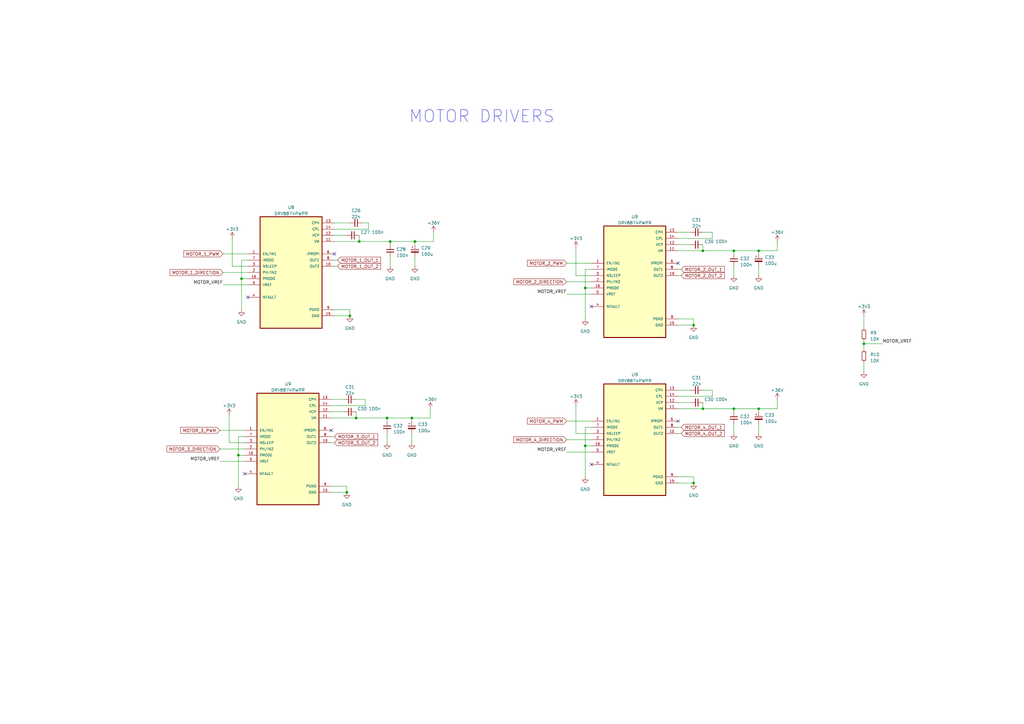
<source format=kicad_sch>
(kicad_sch (version 20230121) (generator eeschema)
  (paper "A3")
  (lib_symbols
    (symbol "DRV8874PWPR:DRV8874PWPR" (pin_names (offset 1.016))
      (property "Reference" "U" (at -12.7 23.86 0))
      (property "Value" "DRV8874PWPR" (at -12.7 -26.86 0))
      (symbol "DRV8874PWPR_0_0"
        (rectangle (start -12.7 -22.86) (end 12.7 22.86) (stroke (width 0.41)) (fill (type background)))
        (pin input line (at -17.78 7.62 0) (length 5.08) (name "EN/IN1") (number "1"))
        (pin output line (at 17.78 2.54 180) (length 5.08) (name "OUT2") (number "10"))
        (pin power_in line (at 17.78 12.7 180) (length 5.08) (name "VM") (number "11"))
        (pin power_in line (at 17.78 15.24 180) (length 5.08) (name "VCP") (number "12"))
        (pin power_in line (at 17.78 20.32 180) (length 5.08) (name "CPH") (number "13"))
        (pin power_in line (at 17.78 17.78 180) (length 5.08) (name "CPL") (number "14"))
        (pin power_in line (at 17.78 -17.78 180) (length 5.08) (name "GND") (number "15"))
        (pin input line (at -17.78 -2.54 0) (length 5.08) (name "PMODE") (number "16"))
        (pin input line (at -17.78 0 0) (length 5.08) (name "PH/IN2") (number "2"))
        (pin input line (at -17.78 2.54 0) (length 5.08) (name "NSLEEP") (number "3"))
        (pin bidirectional line (at -17.78 -10.16 0) (length 5.08) (name "NFAULT") (number "4"))
        (pin input line (at -17.78 -5.08 0) (length 5.08) (name "VREF") (number "5"))
        (pin output line (at 17.78 7.62 180) (length 5.08) (name "IPROPI") (number "6"))
        (pin input line (at -17.78 5.08 0) (length 5.08) (name "IMODE") (number "7"))
        (pin output line (at 17.78 5.08 180) (length 5.08) (name "OUT1") (number "8"))
        (pin power_in line (at 17.78 -15.24 180) (length 5.08) (name "PGND") (number "9"))
      )
    )
    (symbol "DRV8874PWPR_1" (pin_names (offset 1.016))
      (property "Reference" "U9" (at 0 26.67 0))
      (property "Value" "DRV8874PWPR" (at 0 24.13 0))
      (symbol "DRV8874PWPR_1_0_0"
        (rectangle (start -12.7 22.86) (end 12.7 -22.86) (stroke (width 0.41)) (fill (type background)))
        (pin input line (at -17.78 7.62 0) (length 5.08) (name "EN/IN1") (number "1"))
        (pin output line (at 17.78 2.54 180) (length 5.08) (name "OUT2") (number "10"))
        (pin power_in line (at 17.78 12.7 180) (length 5.08) (name "VM") (number "11"))
        (pin power_in line (at 17.78 15.24 180) (length 5.08) (name "VCP") (number "12"))
        (pin power_in line (at 17.78 20.32 180) (length 5.08) (name "CPH") (number "13"))
        (pin power_in line (at 17.78 17.78 180) (length 5.08) (name "CPL") (number "14"))
        (pin power_in line (at 17.78 -17.78 180) (length 5.08) (name "GND") (number "15"))
        (pin input line (at -17.78 -2.54 0) (length 5.08) (name "PMODE") (number "16"))
        (pin input line (at -17.78 0 0) (length 5.08) (name "PH/IN2") (number "2"))
        (pin input line (at -17.78 2.54 0) (length 5.08) (name "NSLEEP") (number "3"))
        (pin bidirectional line (at -17.78 -10.16 0) (length 5.08) (name "NFAULT") (number "4"))
        (pin input line (at -17.78 -5.08 0) (length 5.08) (name "VREF") (number "5"))
        (pin output line (at 17.78 7.62 180) (length 5.08) (name "IPROPI") (number "6"))
        (pin input line (at -17.78 5.08 0) (length 5.08) (name "IMODE") (number "7"))
        (pin output line (at 17.78 5.08 180) (length 5.08) (name "OUT1") (number "8"))
        (pin power_in line (at 17.78 -15.24 180) (length 5.08) (name "PGND") (number "9"))
      )
    )
    (symbol "Device:C_Polarized_Small" (pin_numbers hide) (pin_names (offset 0.254) hide)
      (property "Reference" "C" (at 0.254 1.778 0))
      (property "Value" "C_Polarized_Small" (at 0.254 -2.032 0))
      (symbol "C_Polarized_Small_0_1"
        (rectangle (start -1.524 -0.3048) (end 1.524 -0.6858) (fill (type outline)))
        (rectangle (start -1.524 0.6858) (end 1.524 0.3048))
        (polyline (pts (xy -1.27 1.524) (xy -0.762 1.524)))
        (polyline (pts (xy -1.016 1.27) (xy -1.016 1.778)))
      )
      (symbol "C_Polarized_Small_1_1"
        (pin passive line (at 0 2.54 270) (length 1.8542) (name "~") (number "1"))
        (pin passive line (at 0 -2.54 90) (length 1.8542) (name "~") (number "2"))
      )
    )
    (symbol "Device:C_Small" (pin_numbers hide) (pin_names (offset 0.254) hide)
      (property "Reference" "C" (at 0.254 1.778 0))
      (property "Value" "C_Small" (at 0.254 -2.032 0))
      (symbol "C_Small_0_1"
        (polyline (pts (xy -1.524 -0.508) (xy 1.524 -0.508)) (stroke (width 0.3302)))
        (polyline (pts (xy -1.524 0.508) (xy 1.524 0.508)) (stroke (width 0.3048)))
      )
      (symbol "C_Small_1_1"
        (pin passive line (at 0 2.54 270) (length 2.032) (name "~") (number "1"))
        (pin passive line (at 0 -2.54 90) (length 2.032) (name "~") (number "2"))
      )
    )
    (symbol "Device:R_Small" (pin_numbers hide) (pin_names (offset 0.254) hide)
      (property "Reference" "R" (at 0.762 0.508 0))
      (property "Value" "R_Small" (at 0.762 -1.016 0))
      (symbol "R_Small_0_1"
        (rectangle (start -0.762 1.778) (end 0.762 -1.778) (stroke (width 0.2032)))
      )
      (symbol "R_Small_1_1"
        (pin passive line (at 0 2.54 270) (length 0.762) (name "~") (number "1"))
        (pin passive line (at 0 -2.54 90) (length 0.762) (name "~") (number "2"))
      )
    )
    (symbol "power:+36V" (power) (pin_names (offset 0))
      (property "Value" "+36V" (at 0 3.556 0))
      (symbol "+36V_0_1"
        (polyline (pts (xy -0.762 1.27) (xy 0 2.54)))
        (polyline (pts (xy 0 0) (xy 0 2.54)))
        (polyline (pts (xy 0 2.54) (xy 0.762 1.27)))
      )
      (symbol "+36V_1_1"
        (pin power_in line (at 0 0 90) (length 0) hide (name "+36V") (number "1"))
      )
    )
    (symbol "power:+3V3" (power) (pin_names (offset 0))
      (property "Value" "+3V3" (at 0 3.556 0))
      (symbol "+3V3_0_1"
        (polyline (pts (xy -0.762 1.27) (xy 0 2.54)))
        (polyline (pts (xy 0 0) (xy 0 2.54)))
        (polyline (pts (xy 0 2.54) (xy 0.762 1.27)))
      )
      (symbol "+3V3_1_1"
        (pin power_in line (at 0 0 90) (length 0) hide (name "+3V3") (number "1"))
      )
    )
    (symbol "power:GND" (power) (pin_names (offset 0))
      (property "Value" "GND" (at 0 -3.81 0))
      (symbol "GND_0_1"
        (polyline (pts (xy 0 0) (xy 0 -1.27) (xy 1.27 -1.27) (xy 0 -2.54) (xy -1.27 -1.27) (xy 0 -1.27)))
      )
      (symbol "GND_1_1"
        (pin power_in line (at 0 0 270) (length 0) hide (name "GND") (number "1"))
      )
    )
  )
  (junction (at 170.18 99.06))
  (junction (at 311.15 102.87))
  (junction (at 97.79 186.69))
  (junction (at 146.05 171.45))
  (junction (at 288.29 167.64))
  (junction (at 354.33 140.97))
  (junction (at 158.75 171.45))
  (junction (at 300.99 167.64))
  (junction (at 240.03 118.11))
  (junction (at 288.29 102.87))
  (junction (at 284.48 198.12))
  (junction (at 160.02 99.06))
  (junction (at 142.24 201.93))
  (junction (at 311.15 167.64))
  (junction (at 168.91 171.45))
  (junction (at 300.99 102.87))
  (junction (at 143.51 129.54))
  (junction (at 240.03 182.88))
  (junction (at 284.48 133.35))
  (junction (at 99.06 114.3))
  (junction (at 147.32 99.06))
  (no_connect (at 278.13 107.95))
  (no_connect (at 137.16 104.14))
  (no_connect (at 242.57 190.5))
  (no_connect (at 101.6 121.92))
  (no_connect (at 278.13 172.72))
  (no_connect (at 100.33 194.31))
  (no_connect (at 135.89 176.53))
  (no_connect (at 242.57 125.73))
  (wire (pts (xy 135.89 179.07) (xy 137.16 179.07)))
  (wire (pts (xy 90.17 189.23) (xy 100.33 189.23)))
  (wire (pts (xy 311.15 173.99) (xy 311.15 177.8)))
  (wire (pts (xy 278.13 195.58) (xy 284.48 195.58)))
  (wire (pts (xy 137.16 109.22) (xy 138.43 109.22)))
  (wire (pts (xy 311.15 109.22) (xy 311.15 113.03)))
  (wire (pts (xy 318.77 99.06) (xy 318.77 102.87)))
  (wire (pts (xy 100.33 181.61) (xy 93.98 181.61)))
  (wire (pts (xy 278.13 162.56) (xy 292.1 162.56)))
  (wire (pts (xy 135.89 166.37) (xy 149.86 166.37)))
  (wire (pts (xy 137.16 99.06) (xy 147.32 99.06)))
  (wire (pts (xy 158.75 177.8) (xy 158.75 181.61)))
  (wire (pts (xy 232.41 107.95) (xy 242.57 107.95)))
  (wire (pts (xy 151.13 93.98) (xy 151.13 91.44)))
  (wire (pts (xy 149.86 163.83) (xy 146.05 163.83)))
  (wire (pts (xy 236.22 166.37) (xy 236.22 177.8)))
  (wire (pts (xy 135.89 163.83) (xy 140.97 163.83)))
  (wire (pts (xy 100.33 179.07) (xy 97.79 179.07)))
  (wire (pts (xy 284.48 130.81) (xy 284.48 133.35)))
  (wire (pts (xy 168.91 171.45) (xy 168.91 172.72)))
  (wire (pts (xy 292.1 162.56) (xy 292.1 160.02)))
  (wire (pts (xy 278.13 165.1) (xy 283.21 165.1)))
  (wire (pts (xy 278.13 167.64) (xy 288.29 167.64)))
  (wire (pts (xy 146.05 171.45) (xy 158.75 171.45)))
  (wire (pts (xy 147.32 96.52) (xy 147.32 99.06)))
  (wire (pts (xy 236.22 101.6) (xy 236.22 113.03)))
  (wire (pts (xy 300.99 102.87) (xy 300.99 104.14)))
  (wire (pts (xy 143.51 127) (xy 143.51 129.54)))
  (wire (pts (xy 278.13 198.12) (xy 284.48 198.12)))
  (wire (pts (xy 288.29 165.1) (xy 288.29 167.64)))
  (wire (pts (xy 300.99 167.64) (xy 300.99 168.91)))
  (wire (pts (xy 318.77 163.83) (xy 318.77 167.64)))
  (wire (pts (xy 232.41 115.57) (xy 242.57 115.57)))
  (wire (pts (xy 242.57 175.26) (xy 240.03 175.26)))
  (wire (pts (xy 278.13 130.81) (xy 284.48 130.81)))
  (wire (pts (xy 288.29 102.87) (xy 300.99 102.87)))
  (wire (pts (xy 232.41 120.65) (xy 242.57 120.65)))
  (wire (pts (xy 354.33 140.97) (xy 354.33 143.51)))
  (wire (pts (xy 170.18 99.06) (xy 170.18 100.33)))
  (wire (pts (xy 292.1 97.79) (xy 292.1 95.25)))
  (wire (pts (xy 240.03 182.88) (xy 242.57 182.88)))
  (wire (pts (xy 101.6 106.68) (xy 99.06 106.68)))
  (wire (pts (xy 168.91 171.45) (xy 176.53 171.45)))
  (wire (pts (xy 292.1 95.25) (xy 288.29 95.25)))
  (wire (pts (xy 278.13 133.35) (xy 284.48 133.35)))
  (wire (pts (xy 354.33 148.59) (xy 354.33 152.4)))
  (wire (pts (xy 142.24 199.39) (xy 142.24 201.93)))
  (wire (pts (xy 176.53 167.64) (xy 176.53 171.45)))
  (wire (pts (xy 240.03 195.58) (xy 240.03 182.88)))
  (wire (pts (xy 91.44 116.84) (xy 101.6 116.84)))
  (wire (pts (xy 311.15 102.87) (xy 318.77 102.87)))
  (wire (pts (xy 158.75 171.45) (xy 158.75 172.72)))
  (wire (pts (xy 311.15 167.64) (xy 311.15 168.91)))
  (wire (pts (xy 137.16 93.98) (xy 151.13 93.98)))
  (wire (pts (xy 158.75 171.45) (xy 168.91 171.45)))
  (wire (pts (xy 240.03 175.26) (xy 240.03 182.88)))
  (wire (pts (xy 278.13 110.49) (xy 279.4 110.49)))
  (wire (pts (xy 240.03 110.49) (xy 240.03 118.11)))
  (wire (pts (xy 149.86 166.37) (xy 149.86 163.83)))
  (wire (pts (xy 160.02 99.06) (xy 170.18 99.06)))
  (wire (pts (xy 278.13 100.33) (xy 283.21 100.33)))
  (wire (pts (xy 137.16 91.44) (xy 143.51 91.44)))
  (wire (pts (xy 168.91 177.8) (xy 168.91 181.61)))
  (wire (pts (xy 93.98 170.18) (xy 93.98 181.61)))
  (wire (pts (xy 177.8 95.25) (xy 177.8 99.06)))
  (wire (pts (xy 278.13 97.79) (xy 292.1 97.79)))
  (wire (pts (xy 232.41 180.34) (xy 242.57 180.34)))
  (wire (pts (xy 292.1 160.02) (xy 288.29 160.02)))
  (wire (pts (xy 278.13 160.02) (xy 283.21 160.02)))
  (wire (pts (xy 300.99 102.87) (xy 311.15 102.87)))
  (wire (pts (xy 354.33 140.97) (xy 361.95 140.97)))
  (wire (pts (xy 90.17 176.53) (xy 100.33 176.53)))
  (wire (pts (xy 97.79 199.39) (xy 97.79 186.69)))
  (wire (pts (xy 160.02 105.41) (xy 160.02 109.22)))
  (wire (pts (xy 135.89 181.61) (xy 137.16 181.61)))
  (wire (pts (xy 99.06 114.3) (xy 101.6 114.3)))
  (wire (pts (xy 284.48 195.58) (xy 284.48 198.12)))
  (wire (pts (xy 354.33 139.7) (xy 354.33 140.97)))
  (wire (pts (xy 99.06 127) (xy 99.06 114.3)))
  (wire (pts (xy 278.13 175.26) (xy 279.4 175.26)))
  (wire (pts (xy 288.29 167.64) (xy 300.99 167.64)))
  (wire (pts (xy 300.99 173.99) (xy 300.99 177.8)))
  (wire (pts (xy 288.29 100.33) (xy 288.29 102.87)))
  (wire (pts (xy 137.16 127) (xy 143.51 127)))
  (wire (pts (xy 135.89 201.93) (xy 142.24 201.93)))
  (wire (pts (xy 240.03 118.11) (xy 242.57 118.11)))
  (wire (pts (xy 97.79 179.07) (xy 97.79 186.69)))
  (wire (pts (xy 137.16 96.52) (xy 142.24 96.52)))
  (wire (pts (xy 135.89 168.91) (xy 140.97 168.91)))
  (wire (pts (xy 170.18 105.41) (xy 170.18 109.22)))
  (wire (pts (xy 240.03 130.81) (xy 240.03 118.11)))
  (wire (pts (xy 137.16 129.54) (xy 143.51 129.54)))
  (wire (pts (xy 278.13 113.03) (xy 279.4 113.03)))
  (wire (pts (xy 101.6 109.22) (xy 95.25 109.22)))
  (wire (pts (xy 278.13 95.25) (xy 283.21 95.25)))
  (wire (pts (xy 95.25 97.79) (xy 95.25 109.22)))
  (wire (pts (xy 146.05 168.91) (xy 146.05 171.45)))
  (wire (pts (xy 278.13 102.87) (xy 288.29 102.87)))
  (wire (pts (xy 311.15 102.87) (xy 311.15 104.14)))
  (wire (pts (xy 242.57 113.03) (xy 236.22 113.03)))
  (wire (pts (xy 91.44 111.76) (xy 101.6 111.76)))
  (wire (pts (xy 147.32 99.06) (xy 160.02 99.06)))
  (wire (pts (xy 354.33 129.54) (xy 354.33 134.62)))
  (wire (pts (xy 232.41 172.72) (xy 242.57 172.72)))
  (wire (pts (xy 242.57 110.49) (xy 240.03 110.49)))
  (wire (pts (xy 300.99 167.64) (xy 311.15 167.64)))
  (wire (pts (xy 300.99 109.22) (xy 300.99 113.03)))
  (wire (pts (xy 170.18 99.06) (xy 177.8 99.06)))
  (wire (pts (xy 99.06 106.68) (xy 99.06 114.3)))
  (wire (pts (xy 91.44 104.14) (xy 101.6 104.14)))
  (wire (pts (xy 90.17 184.15) (xy 100.33 184.15)))
  (wire (pts (xy 232.41 185.42) (xy 242.57 185.42)))
  (wire (pts (xy 278.13 177.8) (xy 279.4 177.8)))
  (wire (pts (xy 311.15 167.64) (xy 318.77 167.64)))
  (wire (pts (xy 137.16 106.68) (xy 138.43 106.68)))
  (wire (pts (xy 135.89 171.45) (xy 146.05 171.45)))
  (wire (pts (xy 135.89 199.39) (xy 142.24 199.39)))
  (wire (pts (xy 160.02 99.06) (xy 160.02 100.33)))
  (wire (pts (xy 97.79 186.69) (xy 100.33 186.69)))
  (wire (pts (xy 151.13 91.44) (xy 148.59 91.44)))
  (wire (pts (xy 242.57 177.8) (xy 236.22 177.8)))
  (text "MOTOR DRIVERS" (at 167.64 50.8 0) (effects (font (size 5 5)) (justify left bottom)))
  (label "MOTOR_VREF" (at 361.95 140.97 0))
  (label "MOTOR_VREF" (at 90.17 189.23 180))
  (label "MOTOR_VREF" (at 232.41 120.65 180))
  (label "MOTOR_VREF" (at 232.41 185.42 180))
  (label "MOTOR_VREF" (at 91.44 116.84 180))
  (global_label "MOTOR_4_OUT_1" (shape input) (at 279.4 175.26 0) (property "Intersheetrefs" "${INTERSHEET_REFS}" (effects hide)))
  (global_label "MOTOR_4_DIRECTION" (shape input) (at 232.41 180.34 180) (property "Intersheetrefs" "${INTERSHEET_REFS}" (effects hide)))
  (global_label "MOTOR_3_OUT_1" (shape input) (at 137.16 179.07 0) (property "Intersheetrefs" "${INTERSHEET_REFS}" (effects hide)))
  (global_label "MOTOR_2_PWM" (shape input) (at 232.41 107.95 180) (property "Intersheetrefs" "${INTERSHEET_REFS}" (effects hide)))
  (global_label "MOTOR_2_OUT_1" (shape input) (at 279.4 110.49 0) (property "Intersheetrefs" "${INTERSHEET_REFS}" (effects hide)))
  (global_label "MOTOR_2_DIRECTION" (shape input) (at 232.41 115.57 180) (property "Intersheetrefs" "${INTERSHEET_REFS}" (effects hide)))
  (global_label "MOTOR_3_OUT_2" (shape input) (at 137.16 181.61 0) (property "Intersheetrefs" "${INTERSHEET_REFS}" (effects hide)))
  (global_label "MOTOR_1_OUT_1" (shape input) (at 138.43 106.68 0) (property "Intersheetrefs" "${INTERSHEET_REFS}" (effects hide)))
  (global_label "MOTOR_4_PWM" (shape input) (at 232.41 172.72 180) (property "Intersheetrefs" "${INTERSHEET_REFS}" (effects hide)))
  (global_label "MOTOR_4_OUT_2" (shape input) (at 279.4 177.8 0) (property "Intersheetrefs" "${INTERSHEET_REFS}" (effects hide)))
  (global_label "MOTOR_1_PWM" (shape input) (at 91.44 104.14 180) (property "Intersheetrefs" "${INTERSHEET_REFS}" (effects hide)))
  (global_label "MOTOR_1_DIRECTION" (shape input) (at 91.44 111.76 180) (property "Intersheetrefs" "${INTERSHEET_REFS}" (effects hide)))
  (global_label "MOTOR_3_PWM" (shape input) (at 90.17 176.53 180) (property "Intersheetrefs" "${INTERSHEET_REFS}" (effects hide)))
  (global_label "MOTOR_3_DIRECTION" (shape input) (at 90.17 184.15 180) (property "Intersheetrefs" "${INTERSHEET_REFS}" (effects hide)))
  (global_label "MOTOR_2_OUT_2" (shape input) (at 279.4 113.03 0) (property "Intersheetrefs" "${INTERSHEET_REFS}" (effects hide)))
  (global_label "MOTOR_1_OUT_2" (shape input) (at 138.43 109.22 0) (property "Intersheetrefs" "${INTERSHEET_REFS}" (effects hide)))
  (symbol (lib_id "power:GND") (at 170.18 109.22 0) (unit 1)
    (property "Reference" "#PWR036" (effects hide))
    (property "Value" "GND" (at 170.18 114.3 0))
    (instances (project "RC-Car-Controller" (path "" (reference "#PWR036") (unit 1)) (path "" (reference "#PWR066") (unit 1))))
  )
  (symbol (lib_id "Device:C_Small") (at 300.99 171.45 0) (unit 1)
    (property "Reference" "C32" (at 303.53 170.8213 0) (effects (justify left)))
    (property "Value" "100n" (at 303.53 173.3613 0) (effects (justify left)))
    (property "Footprint" "Capacitor_SMD:C_0402_1005Metric" (effects hide))
    (instances (project "RC-Car-Controller" (path "" (reference "C32") (unit 1)) (path "" (reference "C35") (unit 1))))
  )
  (symbol (lib_id "Device:C_Small") (at 160.02 102.87 0) (unit 1)
    (property "Reference" "C28" (at 162.56 102.2413 0) (effects (justify left)))
    (property "Value" "100n" (at 162.56 104.7813 0) (effects (justify left)))
    (property "Footprint" "Capacitor_SMD:C_0402_1005Metric" (effects hide))
    (instances (project "RC-Car-Controller" (path "" (reference "C28") (unit 1)) (path "" (reference "C42") (unit 1))))
  )
  (symbol (lib_id "power:+3V3") (at 354.33 129.54 0) (unit 1)
    (property "Reference" "#PWR039" (effects hide))
    (property "Value" "+3V3" (at 354.33 125.73 0))
    (instances (project "RC-Car-Controller" (path "" (reference "#PWR039") (unit 1)) (path "" (reference "#PWR060") (unit 1))))
  )
  (symbol (lib_id "Device:C_Polarized_Small") (at 168.91 175.26 0) (unit 1)
    (property "Reference" "C33" (at 171.45 174.0789 0) (effects (justify left)))
    (property "Value" "100u" (at 171.45 176.6189 0) (effects (justify left)))
    (property "Footprint" "Capacitor_SMD:C_0805_2012Metric" (effects hide))
    (instances (project "RC-Car-Controller" (path "" (reference "C33") (unit 1)) (path "" (reference "C14") (unit 1))))
  )
  (symbol (lib_name "DRV8874PWPR_1") (lib_id "DRV8874PWPR:DRV8874PWPR") (at 118.11 184.15 0) (unit 1)
    (property "Reference" "U9" (at 118.11 157.48 0))
    (property "Value" "DRV8874PWPR" (at 118.11 160.02 0))
    (property "Footprint" "Libraries:SOP65P640X120-17N" (effects hide))
    (property "MF" "Texas Instruments" (effects hide))
    (property "Description" "\n40-V, 6-A H-bridge motor driver with integrated current sensing feedback\n" (effects hide))
    (property "Package" "HTSSOP-16 Texas Instruments" (effects hide))
    (property "Price" "None" (effects hide))
    (property "SnapEDA_Link" "https://www.snapeda.com/parts/DRV8874PWPR/Texas+Instruments/view-part/?ref=snap" (effects hide))
    (property "MP" "DRV8874PWPR" (effects hide))
    (property "Purchase-URL" "https://www.snapeda.com/api/url_track_click_mouser/?unipart_id=4000699&manufacturer=Texas Instruments&part_name=DRV8874PWPR&search_term=drv8874" (effects hide))
    (property "Availability" "In Stock" (effects hide))
    (property "Check_prices" "https://www.snapeda.com/parts/DRV8874PWPR/Texas+Instruments/view-part/?ref=eda" (effects hide))
    (instances (project "RC-Car-Controller" (path "" (reference "U9") (unit 1)) (path "" (reference "U5") (unit 1))))
  )
  (symbol (lib_id "Device:C_Polarized_Small") (at 311.15 106.68 0) (unit 1)
    (property "Reference" "C33" (at 313.69 105.4989 0) (effects (justify left)))
    (property "Value" "100u" (at 313.69 108.0389 0) (effects (justify left)))
    (property "Footprint" "Capacitor_SMD:C_0805_2012Metric" (effects hide))
    (instances (project "RC-Car-Controller" (path "" (reference "C33") (unit 1)) (path "" (reference "C39") (unit 1))))
  )
  (symbol (lib_id "power:GND") (at 168.91 181.61 0) (unit 1)
    (property "Reference" "#PWR045" (effects hide))
    (property "Value" "GND" (at 168.91 186.69 0))
    (instances (project "RC-Car-Controller" (path "" (reference "#PWR045") (unit 1)) (path "" (reference "#PWR026") (unit 1))))
  )
  (symbol (lib_id "Device:C_Polarized_Small") (at 170.18 102.87 0) (unit 1)
    (property "Reference" "C29" (at 172.72 101.6889 0) (effects (justify left)))
    (property "Value" "100u" (at 172.72 104.2289 0) (effects (justify left)))
    (property "Footprint" "Capacitor_SMD:C_0805_2012Metric" (effects hide))
    (instances (project "RC-Car-Controller" (path "" (reference "C29") (unit 1)) (path "" (reference "C43") (unit 1))))
  )
  (symbol (lib_id "power:GND") (at 240.03 130.81 0) (unit 1)
    (property "Reference" "#PWR042" (effects hide))
    (property "Value" "GND" (at 240.03 135.89 0))
    (instances (project "RC-Car-Controller" (path "" (reference "#PWR042") (unit 1)) (path "" (reference "#PWR055") (unit 1))))
  )
  (symbol (lib_id "Device:C_Small") (at 285.75 100.33 270) (unit 1)
    (property "Reference" "C30" (at 290.83 99.06 90))
    (property "Value" "100n" (at 295.91 99.06 90))
    (property "Footprint" "Capacitor_SMD:C_0402_1005Metric" (effects hide))
    (instances (project "RC-Car-Controller" (path "" (reference "C30") (unit 1)) (path "" (reference "C37") (unit 1))))
  )
  (symbol (lib_id "power:GND") (at 143.51 129.54 0) (unit 1)
    (property "Reference" "#PWR032" (effects hide))
    (property "Value" "GND" (at 143.51 134.62 0))
    (instances (project "RC-Car-Controller" (path "" (reference "#PWR032") (unit 1)) (path "" (reference "#PWR064") (unit 1))))
  )
  (symbol (lib_id "Device:C_Polarized_Small") (at 311.15 171.45 0) (unit 1)
    (property "Reference" "C33" (at 313.69 170.2689 0) (effects (justify left)))
    (property "Value" "100u" (at 313.69 172.8089 0) (effects (justify left)))
    (property "Footprint" "Capacitor_SMD:C_0805_2012Metric" (effects hide))
    (instances (project "RC-Car-Controller" (path "" (reference "C33") (unit 1)) (path "" (reference "C44") (unit 1))))
  )
  (symbol (lib_id "Device:C_Small") (at 143.51 168.91 270) (unit 1)
    (property "Reference" "C30" (at 148.59 167.64 90))
    (property "Value" "100n" (at 153.67 167.64 90))
    (property "Footprint" "Capacitor_SMD:C_0402_1005Metric" (effects hide))
    (instances (project "RC-Car-Controller" (path "" (reference "C30") (unit 1)) (path "" (reference "C12") (unit 1))))
  )
  (symbol (lib_id "Device:C_Small") (at 143.51 163.83 270) (unit 1)
    (property "Reference" "C31" (at 143.5036 158.75 90))
    (property "Value" "22n" (at 143.5036 161.29 90))
    (property "Footprint" "Capacitor_SMD:C_0402_1005Metric" (effects hide))
    (instances (project "RC-Car-Controller" (path "" (reference "C31") (unit 1)) (path "" (reference "C11") (unit 1))))
  )
  (symbol (lib_id "power:+3V3") (at 236.22 166.37 0) (unit 1)
    (property "Reference" "#PWR041" (effects hide))
    (property "Value" "+3V3" (at 236.22 162.56 0))
    (instances (project "RC-Car-Controller" (path "" (reference "#PWR041") (unit 1)) (path "" (reference "#PWR035") (unit 1))))
  )
  (symbol (lib_id "power:GND") (at 142.24 201.93 0) (unit 1)
    (property "Reference" "#PWR043" (effects hide))
    (property "Value" "GND" (at 142.24 207.01 0))
    (instances (project "RC-Car-Controller" (path "" (reference "#PWR043") (unit 1)) (path "" (reference "#PWR023") (unit 1))))
  )
  (symbol (lib_id "power:GND") (at 160.02 109.22 0) (unit 1)
    (property "Reference" "#PWR035" (effects hide))
    (property "Value" "GND" (at 160.02 114.3 0))
    (instances (project "RC-Car-Controller" (path "" (reference "#PWR035") (unit 1)) (path "" (reference "#PWR065") (unit 1))))
  )
  (symbol (lib_id "power:GND") (at 97.79 199.39 0) (unit 1)
    (property "Reference" "#PWR042" (effects hide))
    (property "Value" "GND" (at 97.79 204.47 0))
    (instances (project "RC-Car-Controller" (path "" (reference "#PWR042") (unit 1)) (path "" (reference "#PWR022") (unit 1))))
  )
  (symbol (lib_id "power:GND") (at 284.48 133.35 0) (unit 1)
    (property "Reference" "#PWR043" (effects hide))
    (property "Value" "GND" (at 284.48 138.43 0))
    (instances (project "RC-Car-Controller" (path "" (reference "#PWR043") (unit 1)) (path "" (reference "#PWR056") (unit 1))))
  )
  (symbol (lib_id "power:+3V3") (at 95.25 97.79 0) (unit 1)
    (property "Reference" "#PWR033" (effects hide))
    (property "Value" "+3V3" (at 95.25 93.98 0))
    (instances (project "RC-Car-Controller" (path "" (reference "#PWR033") (unit 1)) (path "" (reference "#PWR062") (unit 1))))
  )
  (symbol (lib_id "Device:C_Small") (at 300.99 106.68 0) (unit 1)
    (property "Reference" "C32" (at 303.53 106.0513 0) (effects (justify left)))
    (property "Value" "100n" (at 303.53 108.5913 0) (effects (justify left)))
    (property "Footprint" "Capacitor_SMD:C_0402_1005Metric" (effects hide))
    (instances (project "RC-Car-Controller" (path "" (reference "C32") (unit 1)) (path "" (reference "C38") (unit 1))))
  )
  (symbol (lib_id "Device:C_Small") (at 285.75 95.25 270) (unit 1)
    (property "Reference" "C31" (at 285.7436 90.17 90))
    (property "Value" "22n" (at 285.7436 92.71 90))
    (property "Footprint" "Capacitor_SMD:C_0402_1005Metric" (effects hide))
    (instances (project "RC-Car-Controller" (path "" (reference "C31") (unit 1)) (path "" (reference "C36") (unit 1))))
  )
  (symbol (lib_id "Device:C_Small") (at 158.75 175.26 0) (unit 1)
    (property "Reference" "C32" (at 161.29 174.6313 0) (effects (justify left)))
    (property "Value" "100n" (at 161.29 177.1713 0) (effects (justify left)))
    (property "Footprint" "Capacitor_SMD:C_0402_1005Metric" (effects hide))
    (instances (project "RC-Car-Controller" (path "" (reference "C32") (unit 1)) (path "" (reference "C13") (unit 1))))
  )
  (symbol (lib_id "power:+3V3") (at 236.22 101.6 0) (unit 1)
    (property "Reference" "#PWR041" (effects hide))
    (property "Value" "+3V3" (at 236.22 97.79 0))
    (instances (project "RC-Car-Controller" (path "" (reference "#PWR041") (unit 1)) (path "" (reference "#PWR054") (unit 1))))
  )
  (symbol (lib_id "power:+36V") (at 176.53 167.64 0) (unit 1)
    (property "Reference" "#PWR052" (effects hide))
    (property "Value" "+36V" (at 176.53 163.83 0))
    (instances (project "RC-Car-Controller" (path "" (reference "#PWR052") (unit 1)) (path "" (reference "#PWR027") (unit 1))))
  )
  (symbol (lib_id "power:GND") (at 158.75 181.61 0) (unit 1)
    (property "Reference" "#PWR044" (effects hide))
    (property "Value" "GND" (at 158.75 186.69 0))
    (instances (project "RC-Car-Controller" (path "" (reference "#PWR044") (unit 1)) (path "" (reference "#PWR024") (unit 1))))
  )
  (symbol (lib_id "Device:R_Small") (at 354.33 146.05 0) (unit 1)
    (property "Reference" "R10" (at 356.87 145.415 0) (effects (justify left)))
    (property "Value" "10K" (at 356.87 147.955 0) (effects (justify left)))
    (property "Footprint" "Resistor_SMD:R_0603_1608Metric" (effects hide))
    (instances (project "RC-Car-Controller" (path "" (reference "R10") (unit 1)) (path "" (reference "R15") (unit 1))))
  )
  (symbol (lib_id "power:+36V") (at 177.8 95.25 0) (unit 1)
    (property "Reference" "#PWR046" (effects hide))
    (property "Value" "+36V" (at 177.8 91.44 0))
    (instances (project "RC-Car-Controller" (path "" (reference "#PWR046") (unit 1)) (path "" (reference "#PWR067") (unit 1))))
  )
  (symbol (lib_id "power:GND") (at 311.15 113.03 0) (unit 1)
    (property "Reference" "#PWR045" (effects hide))
    (property "Value" "GND" (at 311.15 118.11 0))
    (instances (project "RC-Car-Controller" (path "" (reference "#PWR045") (unit 1)) (path "" (reference "#PWR058") (unit 1))))
  )
  (symbol (lib_id "power:GND") (at 99.06 127 0) (unit 1)
    (property "Reference" "#PWR034" (effects hide))
    (property "Value" "GND" (at 99.06 132.08 0))
    (instances (project "RC-Car-Controller" (path "" (reference "#PWR034") (unit 1)) (path "" (reference "#PWR063") (unit 1))))
  )
  (symbol (lib_id "power:GND") (at 240.03 195.58 0) (unit 1)
    (property "Reference" "#PWR042" (effects hide))
    (property "Value" "GND" (at 240.03 200.66 0))
    (instances (project "RC-Car-Controller" (path "" (reference "#PWR042") (unit 1)) (path "" (reference "#PWR052") (unit 1))))
  )
  (symbol (lib_id "power:+3V3") (at 93.98 170.18 0) (unit 1)
    (property "Reference" "#PWR041" (effects hide))
    (property "Value" "+3V3" (at 93.98 166.37 0))
    (instances (project "RC-Car-Controller" (path "" (reference "#PWR041") (unit 1)) (path "" (reference "#PWR021") (unit 1))))
  )
  (symbol (lib_id "DRV8874PWPR:DRV8874PWPR") (at 119.38 111.76 0) (unit 1)
    (property "Reference" "U8" (at 119.38 85.09 0))
    (property "Value" "DRV8874PWPR" (at 119.38 87.63 0))
    (property "Footprint" "Libraries:SOP65P640X120-17N" (effects hide))
    (property "MF" "Texas Instruments" (effects hide))
    (property "Description" "\n40-V, 6-A H-bridge motor driver with integrated current sensing feedback\n" (effects hide))
    (property "Package" "HTSSOP-16 Texas Instruments" (effects hide))
    (property "Price" "None" (effects hide))
    (property "SnapEDA_Link" "https://www.snapeda.com/parts/DRV8874PWPR/Texas+Instruments/view-part/?ref=snap" (effects hide))
    (property "MP" "DRV8874PWPR" (effects hide))
    (property "Purchase-URL" "https://www.snapeda.com/api/url_track_click_mouser/?unipart_id=4000699&manufacturer=Texas Instruments&part_name=DRV8874PWPR&search_term=drv8874" (effects hide))
    (property "Availability" "In Stock" (effects hide))
    (property "Check_prices" "https://www.snapeda.com/parts/DRV8874PWPR/Texas+Instruments/view-part/?ref=eda" (effects hide))
    (instances (project "RC-Car-Controller" (path "" (reference "U8") (unit 1)) (path "" (reference "U10") (unit 1))))
  )
  (symbol (lib_id "Device:C_Small") (at 146.05 91.44 270) (unit 1)
    (property "Reference" "C26" (at 146.0436 86.36 90))
    (property "Value" "22n" (at 146.0436 88.9 90))
    (property "Footprint" "Capacitor_SMD:C_0402_1005Metric" (effects hide))
    (instances (project "RC-Car-Controller" (path "" (reference "C26") (unit 1)) (path "" (reference "C41") (unit 1))))
  )
  (symbol (lib_id "power:GND") (at 300.99 113.03 0) (unit 1)
    (property "Reference" "#PWR044" (effects hide))
    (property "Value" "GND" (at 300.99 118.11 0))
    (instances (project "RC-Car-Controller" (path "" (reference "#PWR044") (unit 1)) (path "" (reference "#PWR057") (unit 1))))
  )
  (symbol (lib_id "power:GND") (at 300.99 177.8 0) (unit 1)
    (property "Reference" "#PWR044" (effects hide))
    (property "Value" "GND" (at 300.99 182.88 0))
    (instances (project "RC-Car-Controller" (path "" (reference "#PWR044") (unit 1)) (path "" (reference "#PWR069") (unit 1))))
  )
  (symbol (lib_id "power:GND") (at 311.15 177.8 0) (unit 1)
    (property "Reference" "#PWR045" (effects hide))
    (property "Value" "GND" (at 311.15 182.88 0))
    (instances (project "RC-Car-Controller" (path "" (reference "#PWR045") (unit 1)) (path "" (reference "#PWR070") (unit 1))))
  )
  (symbol (lib_id "power:GND") (at 354.33 152.4 0) (unit 1)
    (property "Reference" "#PWR040" (effects hide))
    (property "Value" "GND" (at 354.33 157.48 0))
    (instances (project "RC-Car-Controller" (path "" (reference "#PWR040") (unit 1)) (path "" (reference "#PWR061") (unit 1))))
  )
  (symbol (lib_name "DRV8874PWPR_1") (lib_id "DRV8874PWPR:DRV8874PWPR") (at 260.35 180.34 0) (unit 1)
    (property "Reference" "U9" (at 260.35 153.67 0))
    (property "Value" "DRV8874PWPR" (at 260.35 156.21 0))
    (property "Footprint" "Libraries:SOP65P640X120-17N" (effects hide))
    (property "MF" "Texas Instruments" (effects hide))
    (property "Description" "\n40-V, 6-A H-bridge motor driver with integrated current sensing feedback\n" (effects hide))
    (property "Package" "HTSSOP-16 Texas Instruments" (effects hide))
    (property "Price" "None" (effects hide))
    (property "SnapEDA_Link" "https://www.snapeda.com/parts/DRV8874PWPR/Texas+Instruments/view-part/?ref=snap" (effects hide))
    (property "MP" "DRV8874PWPR" (effects hide))
    (property "Purchase-URL" "https://www.snapeda.com/api/url_track_click_mouser/?unipart_id=4000699&manufacturer=Texas Instruments&part_name=DRV8874PWPR&search_term=drv8874" (effects hide))
    (property "Availability" "In Stock" (effects hide))
    (property "Check_prices" "https://www.snapeda.com/parts/DRV8874PWPR/Texas+Instruments/view-part/?ref=eda" (effects hide))
    (instances (project "RC-Car-Controller" (path "" (reference "U9") (unit 1)) (path "" (reference "U11") (unit 1))))
  )
  (symbol (lib_id "Device:C_Small") (at 285.75 160.02 270) (unit 1)
    (property "Reference" "C31" (at 285.7436 154.94 90))
    (property "Value" "22n" (at 285.7436 157.48 90))
    (property "Footprint" "Capacitor_SMD:C_0402_1005Metric" (effects hide))
    (instances (project "RC-Car-Controller" (path "" (reference "C31") (unit 1)) (path "" (reference "C17") (unit 1))))
  )
  (symbol (lib_id "power:+36V") (at 318.77 163.83 0) (unit 1)
    (property "Reference" "#PWR052" (effects hide))
    (property "Value" "+36V" (at 318.77 160.02 0))
    (instances (project "RC-Car-Controller" (path "" (reference "#PWR052") (unit 1)) (path "" (reference "#PWR071") (unit 1))))
  )
  (symbol (lib_id "power:+36V") (at 318.77 99.06 0) (unit 1)
    (property "Reference" "#PWR052" (effects hide))
    (property "Value" "+36V" (at 318.77 95.25 0))
    (instances (project "RC-Car-Controller" (path "" (reference "#PWR052") (unit 1)) (path "" (reference "#PWR059") (unit 1))))
  )
  (symbol (lib_id "power:GND") (at 284.48 198.12 0) (unit 1)
    (property "Reference" "#PWR043" (effects hide))
    (property "Value" "GND" (at 284.48 203.2 0))
    (instances (project "RC-Car-Controller" (path "" (reference "#PWR043") (unit 1)) (path "" (reference "#PWR053") (unit 1))))
  )
  (symbol (lib_id "Device:C_Small") (at 285.75 165.1 270) (unit 1)
    (property "Reference" "C30" (at 290.83 163.83 90))
    (property "Value" "100n" (at 295.91 163.83 90))
    (property "Footprint" "Capacitor_SMD:C_0402_1005Metric" (effects hide))
    (instances (project "RC-Car-Controller" (path "" (reference "C30") (unit 1)) (path "" (reference "C18") (unit 1))))
  )
  (symbol (lib_id "Device:R_Small") (at 354.33 137.16 0) (unit 1)
    (property "Reference" "R9" (at 356.87 136.525 0) (effects (justify left)))
    (property "Value" "10K" (at 356.87 139.065 0) (effects (justify left)))
    (property "Footprint" "Resistor_SMD:R_0603_1608Metric" (effects hide))
    (instances (project "RC-Car-Controller" (path "" (reference "R9") (unit 1)) (path "" (reference "R14") (unit 1))))
  )
  (symbol (lib_id "Device:C_Small") (at 144.78 96.52 270) (unit 1)
    (property "Reference" "C27" (at 149.86 95.25 90))
    (property "Value" "100n" (at 154.94 95.25 90))
    (property "Footprint" "Capacitor_SMD:C_0402_1005Metric" (effects hide))
    (instances (project "RC-Car-Controller" (path "" (reference "C27") (unit 1)) (path "" (reference "C40") (unit 1))))
  )
  (symbol (lib_name "DRV8874PWPR_1") (lib_id "DRV8874PWPR:DRV8874PWPR") (at 260.35 115.57 0) (unit 1)
    (property "Reference" "U9" (at 260.35 88.9 0))
    (property "Value" "DRV8874PWPR" (at 260.35 91.44 0))
    (property "Footprint" "Libraries:SOP65P640X120-17N" (effects hide))
    (property "MF" "Texas Instruments" (effects hide))
    (property "Description" "\n40-V, 6-A H-bridge motor driver with integrated current sensing feedback\n" (effects hide))
    (property "Package" "HTSSOP-16 Texas Instruments" (effects hide))
    (property "Price" "None" (effects hide))
    (property "SnapEDA_Link" "https://www.snapeda.com/parts/DRV8874PWPR/Texas+Instruments/view-part/?ref=snap" (effects hide))
    (property "MP" "DRV8874PWPR" (effects hide))
    (property "Purchase-URL" "https://www.snapeda.com/api/url_track_click_mouser/?unipart_id=4000699&manufacturer=Texas Instruments&part_name=DRV8874PWPR&search_term=drv8874" (effects hide))
    (property "Availability" "In Stock" (effects hide))
    (property "Check_prices" "https://www.snapeda.com/parts/DRV8874PWPR/Texas+Instruments/view-part/?ref=eda" (effects hide))
  )
)
</source>
